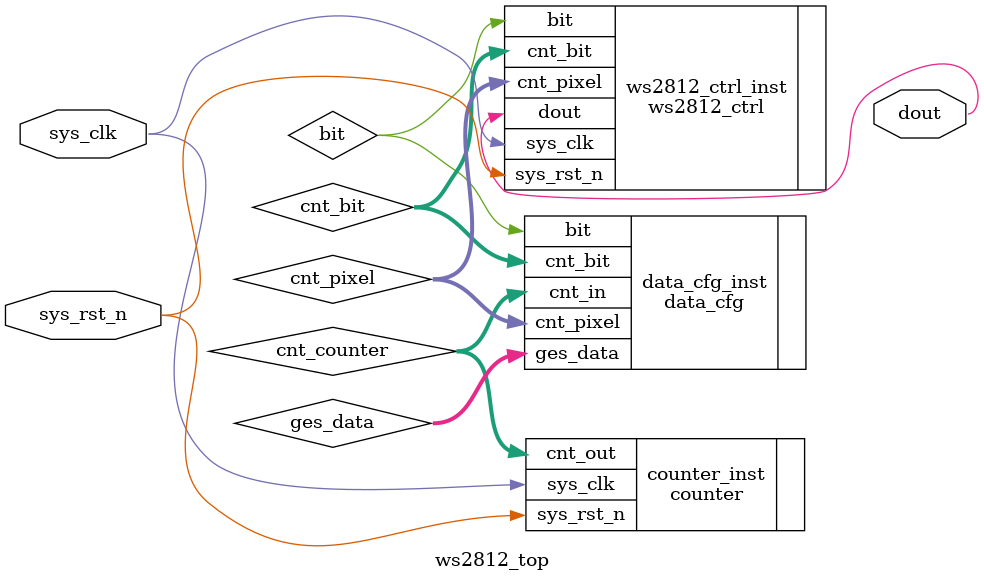
<source format=v>
module ws2812_top(
    input  wire sys_clk,
    input  wire sys_rst_n,

    output wire dout
);
wire [4: 0]  cnt_bit    ;  
wire [6: 0]  cnt_pixel  ;
wire         bit        ;
wire [3: 0]  ges_data   ;
wire [3:0 ]  cnt_counter ;
wire [3:0]   cnt_in_data;
assign cnt_in_data = (cnt_counter>3)?(6-cnt_counter):(cnt_counter);

ws2812_ctrl ws2812_ctrl_inst(
.sys_clk     (sys_clk   ),
.sys_rst_n   (sys_rst_n ),
.bit         (bit       ),//01数据

.cnt_bit     (cnt_bit   ),
.cnt_pixel   (cnt_pixel ),
.dout        (dout      )
);
data_cfg    data_cfg_inst(
.cnt_bit     (cnt_bit   ),
.cnt_pixel   (cnt_pixel ),
.ges_data    (ges_data  ),
.cnt_in      (cnt_counter),

.bit         (bit       )
);
counter#(
    .TIME_MS(1000),    // TIME_MS参数的值为100
    .TIME_MAX(3)      // TIME_MAX参数的值为5
  )      counter_inst(
.sys_clk     (sys_clk   ),
.sys_rst_n   (sys_rst_n ),
.cnt_out     (cnt_counter)
);
endmodule
</source>
